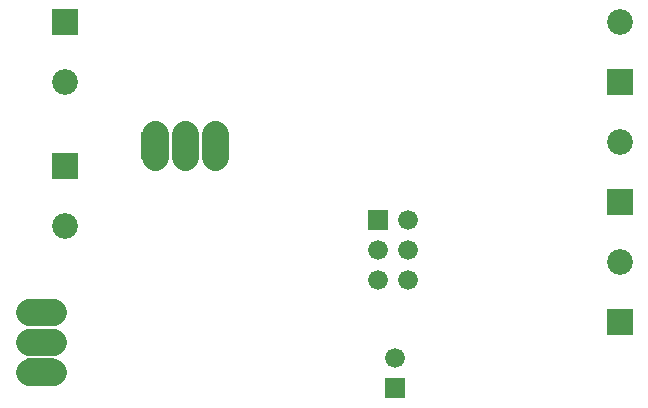
<source format=gbr>
G04 start of page 7 for group -4062 idx -4062 *
G04 Title: (unknown), soldermask *
G04 Creator: pcb 20110918 *
G04 CreationDate: Fri 20 Jun 2014 04:10:56 PM GMT UTC *
G04 For: ndholmes *
G04 Format: Gerber/RS-274X *
G04 PCB-Dimensions: 225000 140000 *
G04 PCB-Coordinate-Origin: lower left *
%MOIN*%
%FSLAX25Y25*%
%LNBOTTOMMASK*%
%ADD73C,0.0907*%
%ADD72C,0.0900*%
%ADD71C,0.0860*%
%ADD70C,0.0660*%
%ADD69C,0.0001*%
G54D69*G36*
X8000Y17500D02*Y8500D01*
X17000D01*
Y17500D01*
X8000D01*
G37*
G36*
X127200Y10800D02*Y4200D01*
X133800D01*
Y10800D01*
X127200D01*
G37*
G54D70*X130500Y17500D03*
G54D69*G36*
X121700Y66800D02*Y60200D01*
X128300D01*
Y66800D01*
X121700D01*
G37*
G54D70*X125000Y53500D03*
Y43500D03*
X135000Y63500D03*
Y53500D03*
Y43500D03*
G54D69*G36*
X201200Y113800D02*Y105200D01*
X209800D01*
Y113800D01*
X201200D01*
G37*
G54D71*X205500Y89500D03*
Y129500D03*
G54D69*G36*
X201200Y33800D02*Y25200D01*
X209800D01*
Y33800D01*
X201200D01*
G37*
G54D71*X205500Y49500D03*
G54D69*G36*
X201200Y73800D02*Y65200D01*
X209800D01*
Y73800D01*
X201200D01*
G37*
G36*
X16200Y85800D02*Y77200D01*
X24800D01*
Y85800D01*
X16200D01*
G37*
G54D71*X20500Y61500D03*
G54D69*G36*
X16200Y133800D02*Y125200D01*
X24800D01*
Y133800D01*
X16200D01*
G37*
G54D71*X20500Y109500D03*
G54D72*X70500Y88500D03*
X60500D03*
G54D69*G36*
X46000Y93000D02*Y84000D01*
X55000D01*
Y93000D01*
X46000D01*
G37*
G54D72*X12500Y33000D03*
Y23000D03*
G54D73*X8563D02*X16437D01*
X8563Y13000D02*X16437D01*
X8563Y33000D02*X16437D01*
X60500Y92437D02*Y84563D01*
X50500Y92437D02*Y84563D01*
X70500Y92437D02*Y84563D01*
M02*

</source>
